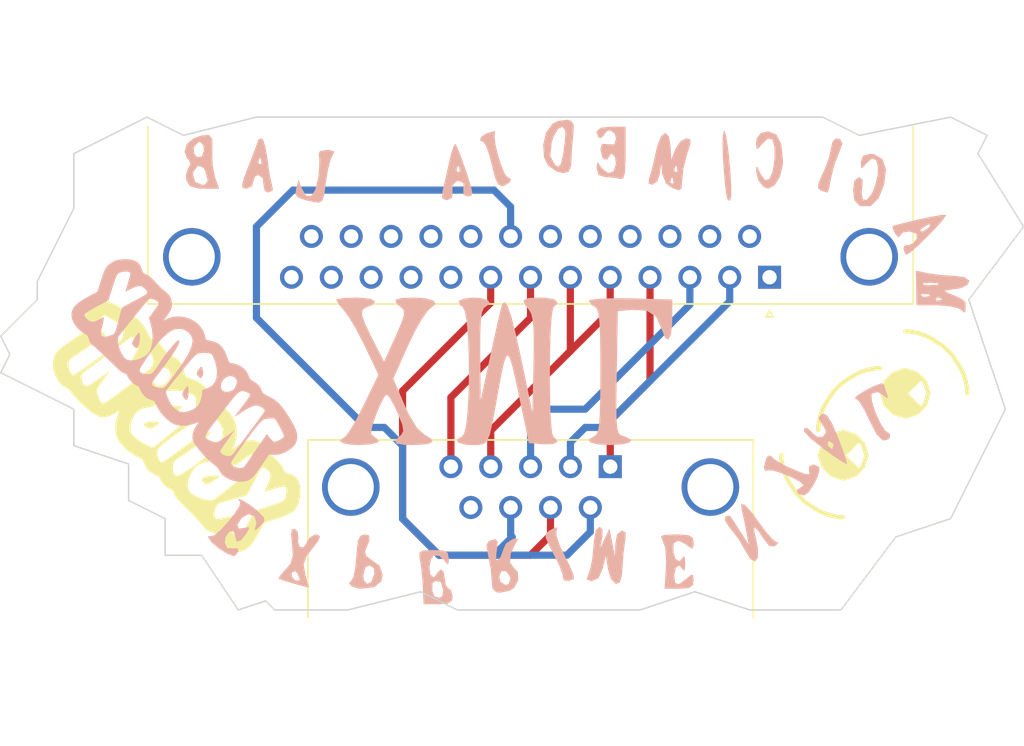
<source format=kicad_pcb>
(kicad_pcb (version 20211014) (generator pcbnew)
  (layers (0 "F.Cu" signal) (31 "B.Cu" signal) (34 "B.Paste" user) (35 "F.Paste" user) (36 "B.SilkS" user "B.Silkscreen") (37 "F.SilkS" user "F.Silkscreen") (38 "B.Mask" user) (39 "F.Mask" user) (44 "Edge.Cuts" user))
  (net 0 "")
  (net 1 "Net-(J1-Pad1)")
  (net 2 "Net-(J1-Pad2)")
  (net 3 "Net-(J1-Pad3)")
  (net 4 "Net-(J1-Pad4)")
  (net 5 "Net-(J1-Pad5)")
  (net 6 "Net-(J1-Pad6)")
  (net 7 "Net-(J1-Pad7)")
  (footprint "LOGO" (layer "F.Cu") (at 99.695 73.66 135)
    (fp_text reference "G***" hide)
    (fp_text value "LOGO" hide)
  )
  (footprint "Connector_Dsub:DSUB-9_Female_Horizontal_P2.77x2.84mm_EdgePinOffset7.70mm_Housed_MountingHolesOffset9.12mm" (layer "F.Cu") (at 130.01 76.389669)
    (fp_text reference "J1" hide)
    (fp_text value "DB9_Female")
    (pad "0" thru_hole circle (at 6.96 1.42) (size 4 4) (drill 3.2) (layers *.Cu *.Mask))
    (pad "0" thru_hole circle (at -18.04 1.42) (size 4 4) (drill 3.2) (layers *.Cu *.Mask))
    (pad "1" thru_hole rect (at 0 0) (size 1.6 1.6) (drill 1) (layers *.Cu *.Mask) (net 1 "Net-(J1-Pad1)"))
    (pad "2" thru_hole circle (at -2.77 0) (size 1.6 1.6) (drill 1) (layers *.Cu *.Mask) (net 2 "Net-(J1-Pad2)"))
    (pad "3" thru_hole circle (at -5.54 0) (size 1.6 1.6) (drill 1) (layers *.Cu *.Mask) (net 3 "Net-(J1-Pad3)"))
    (pad "4" thru_hole circle (at -8.31 0) (size 1.6 1.6) (drill 1) (layers *.Cu *.Mask) (net 4 "Net-(J1-Pad4)"))
    (pad "5" thru_hole circle (at -11.08 0) (size 1.6 1.6) (drill 1) (layers *.Cu *.Mask) (net 5 "Net-(J1-Pad5)"))
    (pad "6" thru_hole circle (at -1.385 2.84) (size 1.6 1.6) (drill 1) (layers *.Cu *.Mask) (net 6 "Net-(J1-Pad6)"))
    (pad "7" thru_hole circle (at -4.155 2.84) (size 1.6 1.6) (drill 1) (layers *.Cu *.Mask) (net 7 "Net-(J1-Pad7)"))
    (pad "8" thru_hole circle (at -6.925 2.84) (size 1.6 1.6) (drill 1) (layers *.Cu *.Mask) (net 6 "Net-(J1-Pad6)"))
    (pad "9" thru_hole circle (at -9.695 2.84) (size 1.6 1.6) (drill 1) (layers *.Cu *.Mask))
  )
  (footprint "Connector_Dsub:DSUB-25_Male_Horizontal_P2.77x2.84mm_EdgePinOffset7.70mm_Housed_MountingHolesOffset9.12mm" (layer "F.Cu") (at 141.085 63.210331 180)
    (fp_text reference "J2" hide)
    (fp_text value "DB25_Male")
    (pad "0" thru_hole circle (at 40.17 1.42 180) (size 4 4) (drill 3.2) (layers *.Cu *.Mask))
    (pad "0" thru_hole circle (at -6.93 1.42 180) (size 4 4) (drill 3.2) (layers *.Cu *.Mask))
    (pad "1" thru_hole rect (at 0 0 180) (size 1.6 1.6) (drill 1) (layers *.Cu *.Mask))
    (pad "2" thru_hole circle (at 2.77 0 180) (size 1.6 1.6) (drill 1) (layers *.Cu *.Mask) (net 2 "Net-(J1-Pad2)"))
    (pad "3" thru_hole circle (at 5.54 0 180) (size 1.6 1.6) (drill 1) (layers *.Cu *.Mask) (net 3 "Net-(J1-Pad3)"))
    (pad "4" thru_hole circle (at 8.31 0 180) (size 1.6 1.6) (drill 1) (layers *.Cu *.Mask) (net 1 "Net-(J1-Pad1)"))
    (pad "5" thru_hole circle (at 11.08 0 180) (size 1.6 1.6) (drill 1) (layers *.Cu *.Mask) (net 4 "Net-(J1-Pad4)"))
    (pad "6" thru_hole circle (at 13.85 0 180) (size 1.6 1.6) (drill 1) (layers *.Cu *.Mask) (net 4 "Net-(J1-Pad4)"))
    (pad "7" thru_hole circle (at 16.62 0 180) (size 1.6 1.6) (drill 1) (layers *.Cu *.Mask) (net 5 "Net-(J1-Pad5)"))
    (pad "8" thru_hole circle (at 19.39 0 180) (size 1.6 1.6) (drill 1) (layers *.Cu *.Mask) (net 7 "Net-(J1-Pad7)"))
    (pad "9" thru_hole circle (at 22.16 0 180) (size 1.6 1.6) (drill 1) (layers *.Cu *.Mask))
    (pad "10" thru_hole circle (at 24.93 0 180) (size 1.6 1.6) (drill 1) (layers *.Cu *.Mask))
    (pad "11" thru_hole circle (at 27.7 0 180) (size 1.6 1.6) (drill 1) (layers *.Cu *.Mask))
    (pad "12" thru_hole circle (at 30.47 0 180) (size 1.6 1.6) (drill 1) (layers *.Cu *.Mask))
    (pad "13" thru_hole circle (at 33.24 0 180) (size 1.6 1.6) (drill 1) (layers *.Cu *.Mask))
    (pad "14" thru_hole circle (at 1.385 2.84 180) (size 1.6 1.6) (drill 1) (layers *.Cu *.Mask))
    (pad "15" thru_hole circle (at 4.155 2.84 180) (size 1.6 1.6) (drill 1) (layers *.Cu *.Mask))
    (pad "16" thru_hole circle (at 6.925 2.84 180) (size 1.6 1.6) (drill 1) (layers *.Cu *.Mask))
    (pad "17" thru_hole circle (at 9.695 2.84 180) (size 1.6 1.6) (drill 1) (layers *.Cu *.Mask))
    (pad "18" thru_hole circle (at 12.465 2.84 180) (size 1.6 1.6) (drill 1) (layers *.Cu *.Mask))
    (pad "19" thru_hole circle (at 15.235 2.84 180) (size 1.6 1.6) (drill 1) (layers *.Cu *.Mask))
    (pad "20" thru_hole circle (at 18.005 2.84 180) (size 1.6 1.6) (drill 1) (layers *.Cu *.Mask) (net 6 "Net-(J1-Pad6)"))
    (pad "21" thru_hole circle (at 20.775 2.84 180) (size 1.6 1.6) (drill 1) (layers *.Cu *.Mask))
    (pad "22" thru_hole circle (at 23.545 2.84 180) (size 1.6 1.6) (drill 1) (layers *.Cu *.Mask))
    (pad "23" thru_hole circle (at 26.315 2.84 180) (size 1.6 1.6) (drill 1) (layers *.Cu *.Mask))
    (pad "24" thru_hole circle (at 29.085 2.84 180) (size 1.6 1.6) (drill 1) (layers *.Cu *.Mask))
    (pad "25" thru_hole circle (at 31.855 2.84 180) (size 1.6 1.6) (drill 1) (layers *.Cu *.Mask))
  )
  (footprint "LOGO" (layer "B.Cu") (at 124.46 69.215)
    (fp_text reference "G***" hide)
    (fp_text value "LOGO" hide)
  )
  (footprint "LOGO" (layer "B.Cu") (at 100.33 69.85 -45)
    (fp_text reference "G***" hide)
    (fp_text value "LOGO" hide)
  )
  (gr_line (start 135.89 85.09) (end 132.08 86.36) (layer "Edge.Cuts") (width 0.1))
  (gr_line (start 147.32 53.34) (end 153.67 52.07) (layer "Edge.Cuts") (width 0.1))
  (gr_line (start 106.045 85.725) (end 106.68 86.36) (layer "Edge.Cuts") (width 0.1))
  (gr_line (start 90.17 63.5) (end 92.71 58.42) (layer "Edge.Cuts") (width 0.1))
  (gr_line (start 92.71 58.42) (end 92.71 54.61) (layer "Edge.Cuts") (width 0.1))
  (gr_line (start 155.575 54.61) (end 158.75 59.69) (layer "Edge.Cuts") (width 0.1))
  (gr_line (start 144.78 52.07) (end 147.32 53.34) (layer "Edge.Cuts") (width 0.1))
  (gr_line (start 105.41 52.07) (end 144.78 52.07) (layer "Edge.Cuts") (width 0.1))
  (gr_line (start 87.63 69.85) (end 92.71 72.39) (layer "Edge.Cuts") (width 0.1))
  (gr_line (start 154.94 64.77) (end 157.48 72.39) (layer "Edge.Cuts") (width 0.1))
  (gr_line (start 99.06 82.55) (end 101.6 82.55) (layer "Edge.Cuts") (width 0.1))
  (gr_line (start 111.76 86.36) (end 106.68 86.36) (layer "Edge.Cuts") (width 0.1))
  (gr_line (start 104.14 86.36) (end 106.045 85.725) (layer "Edge.Cuts") (width 0.1))
  (gr_line (start 149.86 81.28) (end 146.05 86.36) (layer "Edge.Cuts") (width 0.1))
  (gr_line (start 101.6 82.55) (end 104.14 86.36) (layer "Edge.Cuts") (width 0.1))
  (gr_line (start 100.33 53.34) (end 105.41 52.07) (layer "Edge.Cuts") (width 0.1))
  (gr_line (start 125.73 86.36) (end 119.38 86.36) (layer "Edge.Cuts") (width 0.1))
  (gr_line (start 116.84 85.09) (end 111.76 86.36) (layer "Edge.Cuts") (width 0.1))
  (gr_line (start 132.08 86.36) (end 125.73 86.36) (layer "Edge.Cuts") (width 0.1))
  (gr_line (start 153.67 80.01) (end 149.86 81.28) (layer "Edge.Cuts") (width 0.1))
  (gr_line (start 87.63 67.31) (end 88.265 68.58) (layer "Edge.Cuts") (width 0.1))
  (gr_line (start 96.52 76.2) (end 96.52 78.74) (layer "Edge.Cuts") (width 0.1))
  (gr_line (start 146.05 86.36) (end 139.7 86.36) (layer "Edge.Cuts") (width 0.1))
  (gr_line (start 96.52 78.74) (end 99.06 80.01) (layer "Edge.Cuts") (width 0.1))
  (gr_line (start 90.17 63.5) (end 90.17 64.77) (layer "Edge.Cuts") (width 0.1))
  (gr_line (start 158.75 59.69) (end 154.94 64.77) (layer "Edge.Cuts") (width 0.1))
  (gr_line (start 88.265 68.58) (end 87.63 69.85) (layer "Edge.Cuts") (width 0.1))
  (gr_line (start 92.71 74.93) (end 96.52 76.2) (layer "Edge.Cuts") (width 0.1))
  (gr_line (start 139.7 86.36) (end 135.89 85.09) (layer "Edge.Cuts") (width 0.1))
  (gr_line (start 97.79 52.07) (end 100.33 53.34) (layer "Edge.Cuts") (width 0.1))
  (gr_line (start 90.17 64.77) (end 87.63 67.31) (layer "Edge.Cuts") (width 0.1))
  (gr_line (start 92.71 54.61) (end 97.79 52.07) (layer "Edge.Cuts") (width 0.1))
  (gr_line (start 119.38 86.36) (end 116.84 85.09) (layer "Edge.Cuts") (width 0.1))
  (gr_line (start 157.48 72.39) (end 153.67 80.01) (layer "Edge.Cuts") (width 0.1))
  (gr_line (start 156.21 53.34) (end 155.575 54.61) (layer "Edge.Cuts") (width 0.1))
  (gr_line (start 153.67 52.07) (end 156.21 53.34) (layer "Edge.Cuts") (width 0.1))
  (gr_line (start 92.71 72.39) (end 92.71 74.93) (layer "Edge.Cuts") (width 0.1))
  (gr_line (start 99.06 80.01) (end 99.06 82.55) (layer "Edge.Cuts") (width 0.1))
  (gr_text "(◕‿◕)" (at 148.59 73.66 225) (layer "F.SilkS") (effects (font (size 4 4) (thickness 0.3))))
  (segment (start 130.01 73.19) (end 130.01 76.389669) (width 0.5) (layer "F.Cu") (net 1))
  (segment (start 132.775 63.210331) (end 132.775 70.425) (width 0.5) (layer "F.Cu") (net 1))
  (segment (start 132.775 70.425) (end 130.01 73.19) (width 0.5) (layer "F.Cu") (net 1))
  (segment (start 138.315 64.885) (end 129.54 73.66) (width 0.5) (layer "B.Cu") (net 2))
  (segment (start 127.24 74.69) (end 127.24 76.389669) (width 0.5) (layer "B.Cu") (net 2))
  (segment (start 129.54 73.66) (end 128.27 73.66) (width 0.5) (layer "B.Cu") (net 2))
  (segment (start 128.27 73.66) (end 127.24 74.69) (width 0.5) (layer "B.Cu") (net 2))
  (segment (start 138.315 63.210331) (end 138.315 64.885) (width 0.5) (layer "B.Cu") (net 2))
  (segment (start 124.47 73.65) (end 124.47 76.389669) (width 0.5) (layer "B.Cu") (net 3))
  (segment (start 125.73 72.39) (end 124.47 73.65) (width 0.5) (layer "B.Cu") (net 3))
  (segment (start 135.545 63.210331) (end 135.545 65.115) (width 0.5) (layer "B.Cu") (net 3))
  (segment (start 128.27 72.39) (end 125.73 72.39) (width 0.5) (layer "B.Cu") (net 3))
  (segment (start 135.545 65.115) (end 128.27 72.39) (width 0.5) (layer "B.Cu") (net 3))
  (segment (start 130.005 65.575) (end 127 68.58) (width 0.5) (layer "F.Cu") (net 4))
  (segment (start 130.005 63.210331) (end 130.005 65.575) (width 0.5) (layer "F.Cu") (net 4))
  (segment (start 121.7 73.88) (end 121.7 76.389669) (width 0.5) (layer "F.Cu") (net 4))
  (segment (start 127.235 63.210331) (end 127.235 68.345) (width 0.5) (layer "F.Cu") (net 4))
  (segment (start 127 68.58) (end 121.7 73.88) (width 0.5) (layer "F.Cu") (net 4))
  (segment (start 127.235 68.345) (end 127 68.58) (width 0.5) (layer "F.Cu") (net 4))
  (segment (start 124.465 63.210331) (end 124.465 66.035) (width 0.5) (layer "F.Cu") (net 5))
  (segment (start 118.93 71.57) (end 118.93 76.389669) (width 0.5) (layer "F.Cu") (net 5))
  (segment (start 124.465 66.035) (end 118.93 71.57) (width 0.5) (layer "F.Cu") (net 5))
  (segment (start 128.625 80.925) (end 128.625 79.229669) (width 0.5) (layer "B.Cu") (net 6))
  (segment (start 123.08 58.31) (end 121.92 57.15) (width 0.5) (layer "B.Cu") (net 6))
  (segment (start 105.41 66.04) (end 113.03 73.66) (width 0.5) (layer "B.Cu") (net 6))
  (segment (start 123.19 81.28) (end 123.085 81.175) (width 0.5) (layer "B.Cu") (net 6))
  (segment (start 123.085 81.175) (end 123.085 79.229669) (width 0.5) (layer "B.Cu") (net 6))
  (segment (start 115.57 74.93) (end 115.57 80.01) (width 0.5) (layer "B.Cu") (net 6))
  (segment (start 118.11 82.55) (end 121.92 82.55) (width 0.5) (layer "B.Cu") (net 6))
  (segment (start 121.92 82.55) (end 123.19 81.28) (width 0.5) (layer "B.Cu") (net 6))
  (segment (start 105.41 59.69) (end 105.41 66.04) (width 0.5) (layer "B.Cu") (net 6))
  (segment (start 121.92 82.55) (end 127 82.55) (width 0.5) (layer "B.Cu") (net 6))
  (segment (start 107.95 57.15) (end 105.41 59.69) (width 0.5) (layer "B.Cu") (net 6))
  (segment (start 113.03 73.66) (end 114.3 73.66) (width 0.5) (layer "B.Cu") (net 6))
  (segment (start 114.3 73.66) (end 115.57 74.93) (width 0.5) (layer "B.Cu") (net 6))
  (segment (start 115.57 80.01) (end 118.11 82.55) (width 0.5) (layer "B.Cu") (net 6))
  (segment (start 123.08 60.370331) (end 123.08 58.31) (width 0.5) (layer "B.Cu") (net 6))
  (segment (start 121.92 57.15) (end 107.95 57.15) (width 0.5) (layer "B.Cu") (net 6))
  (segment (start 127 82.55) (end 128.625 80.925) (width 0.5) (layer "B.Cu") (net 6))
  (segment (start 115.57 80.01) (end 115.57 71.12) (width 0.5) (layer "F.Cu") (net 7))
  (segment (start 121.695 64.995) (end 121.695 63.210331) (width 0.5) (layer "F.Cu") (net 7))
  (segment (start 118.11 82.55) (end 115.57 80.01) (width 0.5) (layer "F.Cu") (net 7))
  (segment (start 125.855 79.229669) (end 125.855 81.155) (width 0.5) (layer "F.Cu") (net 7))
  (segment (start 115.57 71.12) (end 121.695 64.995) (width 0.5) (layer "F.Cu") (net 7))
  (segment (start 124.46 82.55) (end 118.11 82.55) (width 0.5) (layer "F.Cu") (net 7))
  (segment (start 125.855 81.155) (end 124.46 82.55) (width 0.5) (layer "F.Cu") (net 7))
)
</source>
